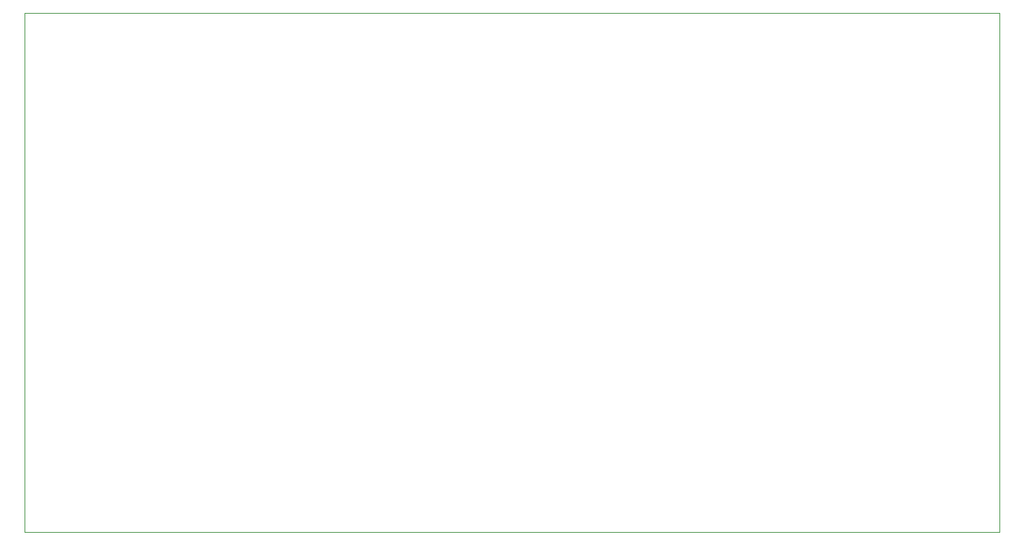
<source format=gbr>
G04 #@! TF.GenerationSoftware,KiCad,Pcbnew,5.1.2-5.1.2*
G04 #@! TF.CreationDate,2019-04-30T10:28:01-04:00*
G04 #@! TF.ProjectId,Controlpanel,436f6e74-726f-46c7-9061-6e656c2e6b69,rev?*
G04 #@! TF.SameCoordinates,Original*
G04 #@! TF.FileFunction,Profile,NP*
%FSLAX46Y46*%
G04 Gerber Fmt 4.6, Leading zero omitted, Abs format (unit mm)*
G04 Created by KiCad (PCBNEW 5.1.2-5.1.2) date 2019-04-30 10:28:01*
%MOMM*%
%LPD*%
G04 APERTURE LIST*
%ADD10C,0.050000*%
G04 APERTURE END LIST*
D10*
X152400000Y-111760000D02*
X152400000Y-50800000D01*
X266700000Y-111760000D02*
X152400000Y-111760000D01*
X266700000Y-50800000D02*
X266700000Y-111760000D01*
X152400000Y-50800000D02*
X266700000Y-50800000D01*
M02*

</source>
